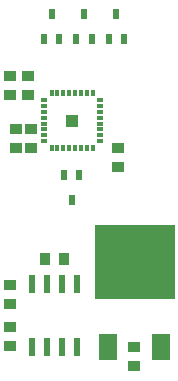
<source format=gtp>
G04 #@! TF.FileFunction,Paste,Top*
%FSLAX46Y46*%
G04 Gerber Fmt 4.6, Leading zero omitted, Abs format (unit mm)*
G04 Created by KiCad (PCBNEW 4.0.2-4+6225~38~ubuntu15.10.1-stable) date Sun 27 Mar 2016 21:55:24 BST*
%MOMM*%
G01*
G04 APERTURE LIST*
%ADD10C,0.100000*%
%ADD11R,1.000000X0.950000*%
%ADD12R,0.950000X1.000000*%
%ADD13R,0.600000X1.550000*%
%ADD14R,6.740000X6.230000*%
%ADD15R,1.524000X2.280000*%
%ADD16R,0.600000X0.300000*%
%ADD17R,0.300000X0.600000*%
%ADD18R,1.002000X1.002000*%
%ADD19R,0.550000X0.850000*%
G04 APERTURE END LIST*
D10*
D11*
X117000000Y-95300000D03*
X117000000Y-93700000D03*
X117000000Y-77550000D03*
X117000000Y-75950000D03*
X118500000Y-77550000D03*
X118500000Y-75950000D03*
X118800000Y-80500000D03*
X118800000Y-82100000D03*
X126100000Y-82100000D03*
X126100000Y-83700000D03*
X127500000Y-98950000D03*
X127500000Y-100550000D03*
D12*
X119950000Y-91500000D03*
X121550000Y-91500000D03*
D13*
X118845000Y-98950000D03*
X120115000Y-98950000D03*
X121385000Y-98950000D03*
X122655000Y-98950000D03*
X122655000Y-93550000D03*
X121385000Y-93550000D03*
X120115000Y-93550000D03*
X118845000Y-93550000D03*
D11*
X117000000Y-97200000D03*
X117000000Y-98800000D03*
D14*
X127530000Y-91750000D03*
D15*
X125250000Y-98895000D03*
X129810000Y-98895000D03*
D16*
X119900000Y-78000000D03*
X119900000Y-78500000D03*
X119900000Y-79000000D03*
X119900000Y-79500000D03*
X119900000Y-80000000D03*
X119900000Y-80500000D03*
X119900000Y-81000000D03*
X119900000Y-81500000D03*
D17*
X120500000Y-82100000D03*
X121000000Y-82100000D03*
X121500000Y-82100000D03*
X122000000Y-82100000D03*
X122500000Y-82100000D03*
X123000000Y-82100000D03*
X123500000Y-82100000D03*
X124000000Y-82100000D03*
D16*
X124600000Y-81500000D03*
X124600000Y-81000000D03*
X124600000Y-80500000D03*
X124600000Y-80000000D03*
X124600000Y-79500000D03*
X124600000Y-79000000D03*
X124600000Y-78500000D03*
X124600000Y-78000000D03*
D17*
X124000000Y-77400000D03*
X123500000Y-77400000D03*
X123000000Y-77400000D03*
X122500000Y-77400000D03*
X122000000Y-77400000D03*
X121500000Y-77400000D03*
X121000000Y-77400000D03*
X120500000Y-77400000D03*
D18*
X122250000Y-79750000D03*
D19*
X125350000Y-72800000D03*
X126650000Y-72800000D03*
X126000000Y-70700000D03*
X122600000Y-72800000D03*
X123900000Y-72800000D03*
X123250000Y-70700000D03*
X119850000Y-72800000D03*
X121150000Y-72800000D03*
X120500000Y-70700000D03*
X122850000Y-84350000D03*
X121550000Y-84350000D03*
X122200000Y-86450000D03*
D11*
X117500000Y-80500000D03*
X117500000Y-82100000D03*
M02*

</source>
